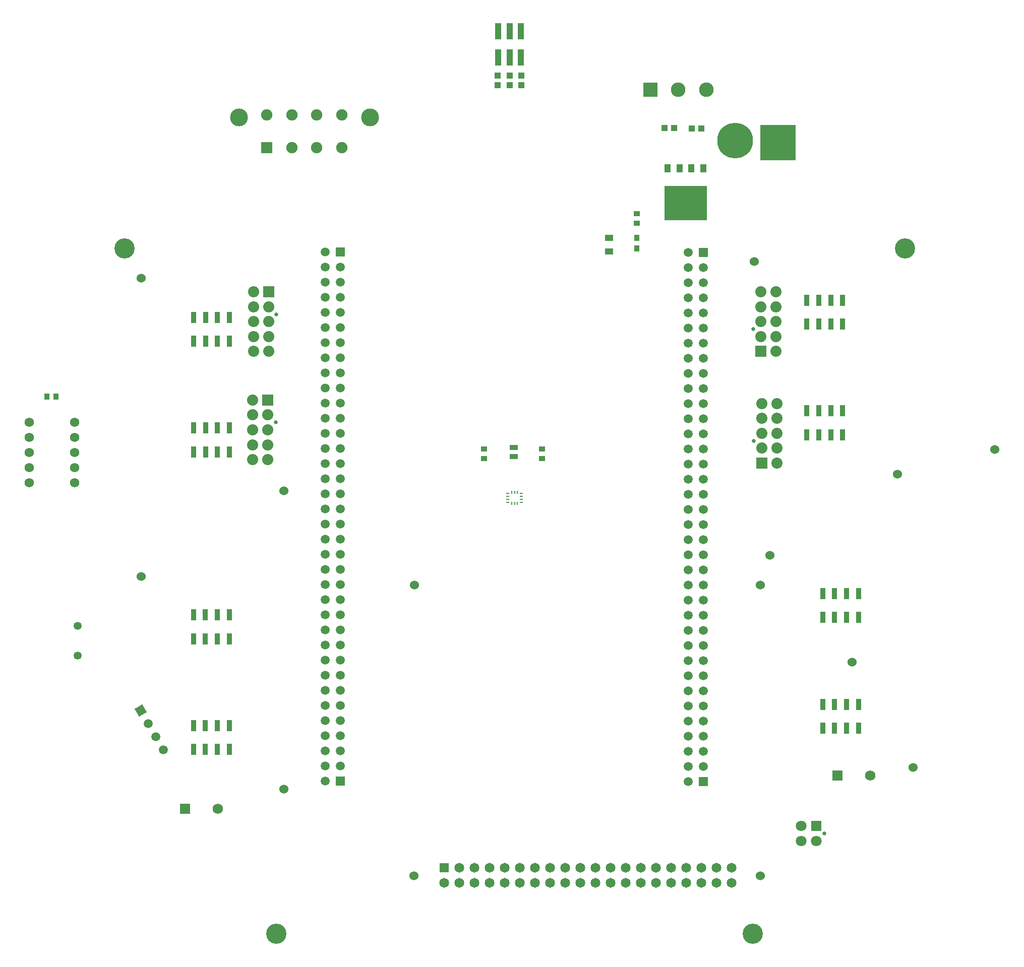
<source format=gbr>
%TF.GenerationSoftware,Altium Limited,Altium Designer,23.6.0 (18)*%
G04 Layer_Color=255*
%FSLAX45Y45*%
%MOMM*%
%TF.SameCoordinates,8B2A78E3-6762-467B-82E4-ABAB87B9FA14*%
%TF.FilePolarity,Positive*%
%TF.FileFunction,Pads,Top*%
%TF.Part,Single*%
G01*
G75*
%TA.AperFunction,SMDPad,CuDef*%
%ADD10R,1.00000X2.80000*%
%ADD11R,0.89000X1.91000*%
%ADD12R,1.14220X1.46200*%
%ADD13R,7.08660X5.84200*%
%ADD14R,1.13504X1.06213*%
%ADD15R,1.06213X1.13504*%
%ADD16R,0.47500X0.25000*%
%ADD17R,0.25000X0.47500*%
%ADD18R,1.40000X1.10000*%
%ADD19R,1.00000X0.90000*%
%ADD20R,0.90000X1.00000*%
%ADD21R,1.35000X0.95000*%
%TA.AperFunction,ComponentPad*%
%ADD29C,1.52400*%
%ADD30C,1.65000*%
%ADD31R,1.65000X1.65000*%
%ADD32R,1.75000X1.75000*%
%ADD33C,1.75000*%
%ADD34R,6.00000X6.00000*%
%ADD35C,6.00000*%
%ADD36R,2.45000X2.45000*%
%ADD37C,2.45000*%
%ADD38C,0.67500*%
%ADD39C,1.87500*%
%ADD40R,1.87500X1.87500*%
%ADD41C,3.00000*%
%ADD42C,1.90000*%
%ADD43R,1.90000X1.90000*%
%ADD44C,1.80000*%
%ADD45R,1.80000X1.80000*%
%ADD46C,0.65000*%
%ADD47R,1.50800X1.50800*%
%ADD48C,1.50800*%
%ADD49C,1.35000*%
%ADD50C,1.57500*%
%ADD51C,1.50000*%
%ADD52P,2.12132X4X345.0*%
%TA.AperFunction,ViaPad*%
%ADD53C,1.52400*%
%ADD54C,3.40000*%
D10*
X3337500Y15600000D02*
D03*
Y16039999D02*
D03*
X3527500Y15600000D02*
D03*
Y16039999D02*
D03*
X3717500Y15600000D02*
D03*
Y16039999D02*
D03*
D11*
X-1782500Y4375500D02*
D03*
Y3974500D02*
D03*
X-1582500Y4375500D02*
D03*
Y3974500D02*
D03*
X-1382500Y4375500D02*
D03*
Y3974500D02*
D03*
X-1182500Y4375500D02*
D03*
Y3974500D02*
D03*
X-1782500Y6235500D02*
D03*
Y5834500D02*
D03*
X-1582500Y6235500D02*
D03*
Y5834500D02*
D03*
X-1382500Y6235500D02*
D03*
Y5834500D02*
D03*
X-1182500Y6235500D02*
D03*
Y5834500D02*
D03*
X-1777501Y11236000D02*
D03*
Y10835000D02*
D03*
X-1577501Y11236000D02*
D03*
Y10835000D02*
D03*
X-1377501Y11236000D02*
D03*
Y10835000D02*
D03*
X-1177501Y11236000D02*
D03*
Y10835000D02*
D03*
X-1777501Y9376000D02*
D03*
Y8975000D02*
D03*
X-1577501Y9376000D02*
D03*
Y8975000D02*
D03*
X-1377501Y9376000D02*
D03*
Y8975000D02*
D03*
X-1177501Y9376000D02*
D03*
Y8975000D02*
D03*
X8920000Y11525000D02*
D03*
X9120000D02*
D03*
X8720000Y11124000D02*
D03*
X9120000D02*
D03*
X8920000D02*
D03*
X8520000Y11525000D02*
D03*
X8720000D02*
D03*
X8520000Y11124000D02*
D03*
X8920000Y9665000D02*
D03*
X9120000D02*
D03*
X8720000Y9264000D02*
D03*
X9120000D02*
D03*
X8920000D02*
D03*
X8520000Y9665000D02*
D03*
X8720000D02*
D03*
X8520000Y9264000D02*
D03*
X9385000Y4332500D02*
D03*
Y4733500D02*
D03*
X9185000Y4332500D02*
D03*
Y4733500D02*
D03*
X8985000Y4332500D02*
D03*
Y4733500D02*
D03*
X8785000Y4332500D02*
D03*
Y4733500D02*
D03*
X9385000Y6192500D02*
D03*
Y6593500D02*
D03*
X9185000Y6192500D02*
D03*
Y6593500D02*
D03*
X8985000Y6192500D02*
D03*
Y6593500D02*
D03*
X8785000Y6192500D02*
D03*
Y6593500D02*
D03*
D12*
X6780000Y13743430D02*
D03*
X6580000D02*
D03*
X6380000D02*
D03*
X6180000D02*
D03*
D13*
X6480000Y13156689D02*
D03*
D14*
X6583461Y14410001D02*
D03*
X6746539D02*
D03*
X6291539Y14412500D02*
D03*
X6128461D02*
D03*
D15*
X3722500Y15135960D02*
D03*
Y15299039D02*
D03*
X3327500Y15135960D02*
D03*
Y15299039D02*
D03*
X3532500Y15133461D02*
D03*
Y15296539D02*
D03*
D16*
X3493750Y8277500D02*
D03*
Y8227500D02*
D03*
Y8177500D02*
D03*
Y8127500D02*
D03*
X3726250D02*
D03*
Y8177500D02*
D03*
Y8227500D02*
D03*
Y8277500D02*
D03*
D17*
X3560000Y8111250D02*
D03*
X3610000D02*
D03*
X3660000D02*
D03*
Y8293750D02*
D03*
X3610000D02*
D03*
X3560000D02*
D03*
D18*
X5200000Y12339498D02*
D03*
Y12569498D02*
D03*
D19*
X5665300Y12977499D02*
D03*
Y12817500D02*
D03*
X4067500Y9022500D02*
D03*
Y8862500D02*
D03*
X3100000D02*
D03*
Y9022500D02*
D03*
D20*
X5665300Y12569500D02*
D03*
Y12389500D02*
D03*
X-4247500Y9907500D02*
D03*
X-4087500D02*
D03*
D21*
X3595839Y8897911D02*
D03*
Y9047911D02*
D03*
D29*
X1931500Y6738000D02*
D03*
X7735400D02*
D03*
Y1848500D02*
D03*
X1918800D02*
D03*
D30*
X7252800Y1734200D02*
D03*
Y1988200D02*
D03*
X6998800Y1734200D02*
D03*
Y1988200D02*
D03*
X6744800Y1734200D02*
D03*
Y1988200D02*
D03*
X6490800Y1734200D02*
D03*
X6236800D02*
D03*
Y1988200D02*
D03*
X5982800Y1734200D02*
D03*
Y1988200D02*
D03*
X5728800Y1734200D02*
D03*
Y1988200D02*
D03*
X5474800Y1734200D02*
D03*
Y1988200D02*
D03*
X5220800Y1734200D02*
D03*
Y1988200D02*
D03*
X4966800Y1734200D02*
D03*
Y1988200D02*
D03*
X4712800Y1734200D02*
D03*
Y1988200D02*
D03*
X4458800Y1734200D02*
D03*
Y1988200D02*
D03*
X4204800Y1734200D02*
D03*
Y1988200D02*
D03*
X3950800Y1734200D02*
D03*
Y1988200D02*
D03*
X3696800Y1734200D02*
D03*
Y1988200D02*
D03*
X3442800Y1734200D02*
D03*
Y1988200D02*
D03*
X3188800Y1734200D02*
D03*
Y1988200D02*
D03*
X2934800Y1734200D02*
D03*
Y1988200D02*
D03*
X2680800Y1734200D02*
D03*
Y1988200D02*
D03*
X2426800Y1734200D02*
D03*
X6490800Y1988200D02*
D03*
D31*
X2426800D02*
D03*
D32*
X9035000Y3540000D02*
D03*
X-1922500Y2975000D02*
D03*
D33*
X9585000Y3540000D02*
D03*
X-1372500Y2975000D02*
D03*
D34*
X8030000Y14172501D02*
D03*
D35*
X7310000Y14203000D02*
D03*
D36*
X5887500Y15062500D02*
D03*
D37*
X6357500D02*
D03*
X6827500D02*
D03*
D38*
X-402500Y9470000D02*
D03*
X-389200Y11287700D02*
D03*
X7631200Y9162100D02*
D03*
X7618500Y11037700D02*
D03*
D39*
X-786500Y8845000D02*
D03*
Y9095000D02*
D03*
Y9345000D02*
D03*
Y9595000D02*
D03*
Y9845000D02*
D03*
X-532500Y8845000D02*
D03*
Y9095000D02*
D03*
Y9345000D02*
D03*
Y9595000D02*
D03*
X-773200Y10662700D02*
D03*
Y10912700D02*
D03*
Y11162700D02*
D03*
Y11412700D02*
D03*
Y11662700D02*
D03*
X-519200Y10662700D02*
D03*
Y10912700D02*
D03*
Y11162700D02*
D03*
Y11412700D02*
D03*
X8015200Y9787100D02*
D03*
Y9537100D02*
D03*
Y9287100D02*
D03*
Y9037100D02*
D03*
Y8787100D02*
D03*
X7761200Y9787100D02*
D03*
Y9537100D02*
D03*
Y9287100D02*
D03*
Y9037100D02*
D03*
X7748500Y10912700D02*
D03*
Y11162700D02*
D03*
Y11412700D02*
D03*
Y11662700D02*
D03*
X8002500Y10662700D02*
D03*
Y10912700D02*
D03*
Y11162700D02*
D03*
Y11412700D02*
D03*
Y11662700D02*
D03*
D40*
X-532500Y9845000D02*
D03*
X-519200Y11662700D02*
D03*
X7761200Y8787100D02*
D03*
X7748500Y10662700D02*
D03*
D41*
X-1020000Y14594000D02*
D03*
X1180000D02*
D03*
D42*
X-130000Y14089999D02*
D03*
X710000D02*
D03*
X290000D02*
D03*
X-550000Y14639999D02*
D03*
X-130000D02*
D03*
X710000D02*
D03*
X290000D02*
D03*
D43*
X-550000Y14089999D02*
D03*
D44*
X8425000Y2440000D02*
D03*
X8675000D02*
D03*
X8425000Y2690000D02*
D03*
D45*
X8675000D02*
D03*
D46*
X8809000Y2565000D02*
D03*
D47*
X6777612Y3439272D02*
D03*
X681612Y3441273D02*
D03*
X6777612Y12329272D02*
D03*
X681612Y12331273D02*
D03*
D48*
X6523612Y3439272D02*
D03*
X6777612Y3693272D02*
D03*
X6523612D02*
D03*
X6777612Y3947272D02*
D03*
X6523612D02*
D03*
X6777612Y4201272D02*
D03*
X6523612D02*
D03*
X6777612Y4455272D02*
D03*
X6523612D02*
D03*
X6777612Y4709272D02*
D03*
X6523612D02*
D03*
X6777612Y4963272D02*
D03*
X6523612D02*
D03*
X6777612Y5217272D02*
D03*
X6523612D02*
D03*
X6777612Y5471272D02*
D03*
X6523612D02*
D03*
X6777612Y5725272D02*
D03*
X6523612D02*
D03*
X6777612Y5979272D02*
D03*
X6523612D02*
D03*
X6777612Y6233272D02*
D03*
X6523612D02*
D03*
X6777612Y6487272D02*
D03*
X6523612D02*
D03*
X6777612Y6741272D02*
D03*
X6523612D02*
D03*
X6777612Y6995272D02*
D03*
X6523612D02*
D03*
X6777612Y7249272D02*
D03*
X6523612D02*
D03*
X6777612Y7503272D02*
D03*
X6523612D02*
D03*
X6777612Y7757272D02*
D03*
X6523612D02*
D03*
X6777612Y8011272D02*
D03*
X6523612D02*
D03*
X6777612Y8265272D02*
D03*
X6523612D02*
D03*
X6777612Y8519272D02*
D03*
X6523612D02*
D03*
X6777612Y8773272D02*
D03*
X6523612D02*
D03*
X6777612Y9027272D02*
D03*
X6523612D02*
D03*
X6777612Y9281272D02*
D03*
X6523612D02*
D03*
X6777612Y9535272D02*
D03*
X6523612D02*
D03*
X6777612Y9789272D02*
D03*
X6523612D02*
D03*
X6777612Y10043272D02*
D03*
X6523612D02*
D03*
X6777612Y10297272D02*
D03*
X6523612D02*
D03*
X6777612Y10551272D02*
D03*
X6523612D02*
D03*
X6777612Y10805272D02*
D03*
X6523612D02*
D03*
X6777612Y11059272D02*
D03*
X6523612D02*
D03*
X6777612Y11313272D02*
D03*
X6523612D02*
D03*
X6777612Y11567272D02*
D03*
X6523612D02*
D03*
X6777612Y11821272D02*
D03*
X6523612D02*
D03*
X6777612Y12075272D02*
D03*
X6523612D02*
D03*
X427612Y3441273D02*
D03*
X6523612Y12329272D02*
D03*
X681612Y3695273D02*
D03*
X427612D02*
D03*
X681612Y3949273D02*
D03*
X427612D02*
D03*
X681612Y4203273D02*
D03*
X427612D02*
D03*
X681612Y4457273D02*
D03*
X427612D02*
D03*
X681612Y4711273D02*
D03*
X427612D02*
D03*
X681612Y4965273D02*
D03*
X427612D02*
D03*
X681612Y5219273D02*
D03*
X427612D02*
D03*
X681612Y5473273D02*
D03*
X427612D02*
D03*
X681612Y5727273D02*
D03*
X427612D02*
D03*
X681612Y5981273D02*
D03*
X427612D02*
D03*
X681612Y6235273D02*
D03*
X427612D02*
D03*
X681612Y6489273D02*
D03*
X427612D02*
D03*
X681612Y6743273D02*
D03*
X427612D02*
D03*
X681612Y6997273D02*
D03*
X427612D02*
D03*
X681612Y7251273D02*
D03*
X427612D02*
D03*
X681612Y7505273D02*
D03*
X427612D02*
D03*
X681612Y7759273D02*
D03*
X427612D02*
D03*
X681612Y8013273D02*
D03*
X427612D02*
D03*
X681612Y8267273D02*
D03*
X427612D02*
D03*
X681612Y8521273D02*
D03*
X427612D02*
D03*
X681612Y8775273D02*
D03*
X427612D02*
D03*
X681612Y9029273D02*
D03*
X427612D02*
D03*
X681612Y9283273D02*
D03*
X427612D02*
D03*
X681612Y9537273D02*
D03*
X427612D02*
D03*
X681612Y9791273D02*
D03*
X427612D02*
D03*
X681612Y10045273D02*
D03*
X427612D02*
D03*
X681612Y10299273D02*
D03*
X427612D02*
D03*
X681612Y10553273D02*
D03*
X427612D02*
D03*
X681612Y10807273D02*
D03*
X427612D02*
D03*
X681612Y11061273D02*
D03*
X427612D02*
D03*
X681612Y11315273D02*
D03*
X427612D02*
D03*
X681612Y11569273D02*
D03*
X427612D02*
D03*
X681612Y11823273D02*
D03*
X427612D02*
D03*
X681612Y12077273D02*
D03*
X427612D02*
D03*
Y12331273D02*
D03*
D49*
X-3725000Y5555000D02*
D03*
Y6055000D02*
D03*
D50*
X-3780500Y9469500D02*
D03*
Y9215500D02*
D03*
Y8961500D02*
D03*
Y8707500D02*
D03*
Y8453500D02*
D03*
X-4542500D02*
D03*
Y8707500D02*
D03*
Y8961500D02*
D03*
Y9215500D02*
D03*
Y9469500D02*
D03*
D51*
X-2284900Y3965330D02*
D03*
X-2411900Y4185300D02*
D03*
X-2538900Y4405271D02*
D03*
D52*
X-2665900Y4625241D02*
D03*
D53*
X11677500Y9017503D02*
D03*
X9277500Y5444998D02*
D03*
X-2662501Y11889999D02*
D03*
X-267500Y8319998D02*
D03*
X-260002Y3310001D02*
D03*
X-2662501Y6880001D02*
D03*
X7897498Y7240001D02*
D03*
X10300003Y3672499D02*
D03*
X10039998Y8602502D02*
D03*
X7634999Y12172498D02*
D03*
D54*
X10163213Y12393412D02*
D03*
X7610000Y876594D02*
D03*
X-2943217Y12393412D02*
D03*
X-389999Y876594D02*
D03*
%TF.MD5,c6a555473d6d9ce7d8cbf59b3e4f2b4e*%
M02*

</source>
